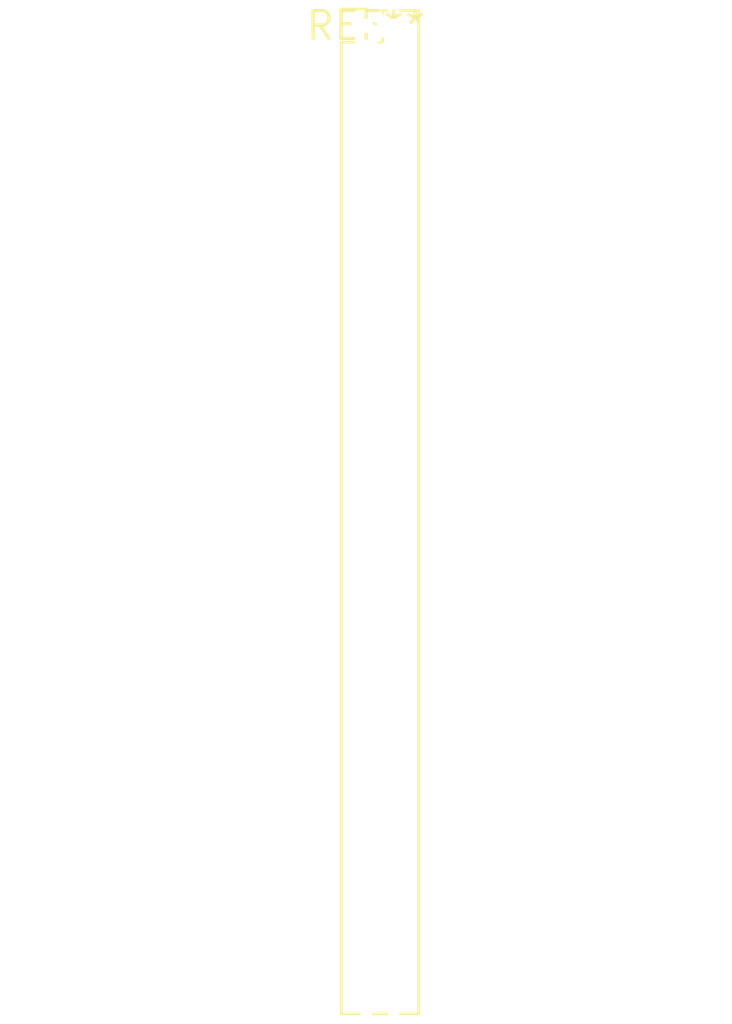
<source format=kicad_pcb>
(kicad_pcb (version 20240108) (generator pcbnew)
  (layers (0 "F.Cu" signal) (31 "B.Cu" signal) (34 "B.Paste" user) (35 "F.Paste" user) (36 "B.SilkS" user "B.Silkscreen") (37 "F.SilkS" user "F.Silkscreen") (38 "B.Mask" user) (39 "F.Mask" user) (44 "Edge.Cuts" user))
  (net 0 "")
  (footprint "PinHeader_2x36_P1.27mm_Vertical" (layer "F.Cu") (at 0 0)
    (property "Reference" "REF**")
    (property "Value" "PinHeader_2x36_P1.27mm_Vertical")
    (fp_line (start -1.13 -0.76) (end 0 -0.76) (layer "F.SilkS") (stroke (width 0.12)))
    (fp_line (start -1.13 0) (end -1.13 -0.76) (layer "F.SilkS") (stroke (width 0.12)))
    (fp_line (start -1.13 0.76) (end -1.13 45.145) (layer "F.SilkS") (stroke (width 0.12)))
    (fp_line (start -1.13 0.76) (end -0.563471 0.76) (layer "F.SilkS") (stroke (width 0.12)))
    (fp_line (start -1.13 45.145) (end -0.30753 45.145) (layer "F.SilkS") (stroke (width 0.12)))
    (fp_line (start 0.30753 45.145) (end 0.96247 45.145) (layer "F.SilkS") (stroke (width 0.12)))
    (fp_line (start 0.563471 0.76) (end 0.706529 0.76) (layer "F.SilkS") (stroke (width 0.12)))
    (fp_line (start 0.76 -0.695) (end 0.96247 -0.695) (layer "F.SilkS") (stroke (width 0.12)))
    (fp_line (start 0.76 -0.563471) (end 0.76 -0.695) (layer "F.SilkS") (stroke (width 0.12)))
    (fp_line (start 0.76 0.706529) (end 0.76 0.563471) (layer "F.SilkS") (stroke (width 0.12)))
    (fp_line (start 1.57753 -0.695) (end 2.4 -0.695) (layer "F.SilkS") (stroke (width 0.12)))
    (fp_line (start 1.57753 45.145) (end 2.4 45.145) (layer "F.SilkS") (stroke (width 0.12)))
    (fp_line (start 2.4 -0.695) (end 2.4 45.145) (layer "F.SilkS") (stroke (width 0.12)))
    (pad "1" thru_hole rect (at 0 0) (size 1 1) (drill 0.65) (layers *.Cu *.Mask) (remove_unused_layers))
    (pad "2" thru_hole oval (at 1.27 0) (size 1 1) (drill 0.65) (layers *.Cu *.Mask) (remove_unused_layers))
    (pad "3" thru_hole oval (at 0 1.27) (size 1 1) (drill 0.65) (layers *.Cu *.Mask) (remove_unused_layers))
    (pad "4" thru_hole oval (at 1.27 1.27) (size 1 1) (drill 0.65) (layers *.Cu *.Mask) (remove_unused_layers))
    (pad "5" thru_hole oval (at 0 2.54) (size 1 1) (drill 0.65) (layers *.Cu *.Mask) (remove_unused_layers))
    (pad "6" thru_hole oval (at 1.27 2.54) (size 1 1) (drill 0.65) (layers *.Cu *.Mask) (remove_unused_layers))
    (pad "7" thru_hole oval (at 0 3.81) (size 1 1) (drill 0.65) (layers *.Cu *.Mask) (remove_unused_layers))
    (pad "8" thru_hole oval (at 1.27 3.81) (size 1 1) (drill 0.65) (layers *.Cu *.Mask) (remove_unused_layers))
    (pad "9" thru_hole oval (at 0 5.08) (size 1 1) (drill 0.65) (layers *.Cu *.Mask) (remove_unused_layers))
    (pad "10" thru_hole oval (at 1.27 5.08) (size 1 1) (drill 0.65) (layers *.Cu *.Mask) (remove_unused_layers))
    (pad "11" thru_hole oval (at 0 6.35) (size 1 1) (drill 0.65) (layers *.Cu *.Mask) (remove_unused_layers))
    (pad "12" thru_hole oval (at 1.27 6.35) (size 1 1) (drill 0.65) (layers *.Cu *.Mask) (remove_unused_layers))
    (pad "13" thru_hole oval (at 0 7.62) (size 1 1) (drill 0.65) (layers *.Cu *.Mask) (remove_unused_layers))
    (pad "14" thru_hole oval (at 1.27 7.62) (size 1 1) (drill 0.65) (layers *.Cu *.Mask) (remove_unused_layers))
    (pad "15" thru_hole oval (at 0 8.89) (size 1 1) (drill 0.65) (layers *.Cu *.Mask) (remove_unused_layers))
    (pad "16" thru_hole oval (at 1.27 8.89) (size 1 1) (drill 0.65) (layers *.Cu *.Mask) (remove_unused_layers))
    (pad "17" thru_hole oval (at 0 10.16) (size 1 1) (drill 0.65) (layers *.Cu *.Mask) (remove_unused_layers))
    (pad "18" thru_hole oval (at 1.27 10.16) (size 1 1) (drill 0.65) (layers *.Cu *.Mask) (remove_unused_layers))
    (pad "19" thru_hole oval (at 0 11.43) (size 1 1) (drill 0.65) (layers *.Cu *.Mask) (remove_unused_layers))
    (pad "20" thru_hole oval (at 1.27 11.43) (size 1 1) (drill 0.65) (layers *.Cu *.Mask) (remove_unused_layers))
    (pad "21" thru_hole oval (at 0 12.7) (size 1 1) (drill 0.65) (layers *.Cu *.Mask) (remove_unused_layers))
    (pad "22" thru_hole oval (at 1.27 12.7) (size 1 1) (drill 0.65) (layers *.Cu *.Mask) (remove_unused_layers))
    (pad "23" thru_hole oval (at 0 13.97) (size 1 1) (drill 0.65) (layers *.Cu *.Mask) (remove_unused_layers))
    (pad "24" thru_hole oval (at 1.27 13.97) (size 1 1) (drill 0.65) (layers *.Cu *.Mask) (remove_unused_layers))
    (pad "25" thru_hole oval (at 0 15.24) (size 1 1) (drill 0.65) (layers *.Cu *.Mask) (remove_unused_layers))
    (pad "26" thru_hole oval (at 1.27 15.24) (size 1 1) (drill 0.65) (layers *.Cu *.Mask) (remove_unused_layers))
    (pad "27" thru_hole oval (at 0 16.51) (size 1 1) (drill 0.65) (layers *.Cu *.Mask) (remove_unused_layers))
    (pad "28" thru_hole oval (at 1.27 16.51) (size 1 1) (drill 0.65) (layers *.Cu *.Mask) (remove_unused_layers))
    (pad "29" thru_hole oval (at 0 17.78) (size 1 1) (drill 0.65) (layers *.Cu *.Mask) (remove_unused_layers))
    (pad "30" thru_hole oval (at 1.27 17.78) (size 1 1) (drill 0.65) (layers *.Cu *.Mask) (remove_unused_layers))
    (pad "31" thru_hole oval (at 0 19.05) (size 1 1) (drill 0.65) (layers *.Cu *.Mask) (remove_unused_layers))
    (pad "32" thru_hole oval (at 1.27 19.05) (size 1 1) (drill 0.65) (layers *.Cu *.Mask) (remove_unused_layers))
    (pad "33" thru_hole oval (at 0 20.32) (size 1 1) (drill 0.65) (layers *.Cu *.Mask) (remove_unused_layers))
    (pad "34" thru_hole oval (at 1.27 20.32) (size 1 1) (drill 0.65) (layers *.Cu *.Mask) (remove_unused_layers))
    (pad "35" thru_hole oval (at 0 21.59) (size 1 1) (drill 0.65) (layers *.Cu *.Mask) (remove_unused_layers))
    (pad "36" thru_hole oval (at 1.27 21.59) (size 1 1) (drill 0.65) (layers *.Cu *.Mask) (remove_unused_layers))
    (pad "37" thru_hole oval (at 0 22.86) (size 1 1) (drill 0.65) (layers *.Cu *.Mask) (remove_unused_layers))
    (pad "38" thru_hole oval (at 1.27 22.86) (size 1 1) (drill 0.65) (layers *.Cu *.Mask) (remove_unused_layers))
    (pad "39" thru_hole oval (at 0 24.13) (size 1 1) (drill 0.65) (layers *.Cu *.Mask) (remove_unused_layers))
    (pad "40" thru_hole oval (at 1.27 24.13) (size 1 1) (drill 0.65) (layers *.Cu *.Mask) (remove_unused_layers))
    (pad "41" thru_hole oval (at 0 25.4) (size 1 1) (drill 0.65) (layers *.Cu *.Mask) (remove_unused_layers))
    (pad "42" thru_hole oval (at 1.27 25.4) (size 1 1) (drill 0.65) (layers *.Cu *.Mask) (remove_unused_layers))
    (pad "43" thru_hole oval (at 0 26.67) (size 1 1) (drill 0.65) (layers *.Cu *.Mask) (remove_unused_layers))
    (pad "44" thru_hole oval (at 1.27 26.67) (size 1 1) (drill 0.65) (layers *.Cu *.Mask) (remove_unused_layers))
    (pad "45" thru_hole oval (at 0 27.94) (size 1 1) (drill 0.65) (layers *.Cu *.Mask) (remove_unused_layers))
    (pad "46" thru_hole oval (at 1.27 27.94) (size 1 1) (drill 0.65) (layers *.Cu *.Mask) (remove_unused_layers))
    (pad "47" thru_hole oval (at 0 29.21) (size 1 1) (drill 0.65) (layers *.Cu *.Mask) (remove_unused_layers))
    (pad "48" thru_hole oval (at 1.27 29.21) (size 1 1) (drill 0.65) (layers *.Cu *.Mask) (remove_unused_layers))
    (pad "49" thru_hole oval (at 0 30.48) (size 1 1) (drill 0.65) (layers *.Cu *.Mask) (remove_unused_layers))
    (pad "50" thru_hole oval (at 1.27 30.48) (size 1 1) (drill 0.65) (layers *.Cu *.Mask) (remove_unused_layers))
    (pad "51" thru_hole oval (at 0 31.75) (size 1 1) (drill 0.65) (layers *.Cu *.Mask) (remove_unused_layers))
    (pad "52" thru_hole oval (at 1.27 31.75) (size 1 1) (drill 0.65) (layers *.Cu *.Mask) (remove_unused_layers))
    (pad "53" thru_hole oval (at 0 33.02) (size 1 1) (drill 0.65) (layers *.Cu *.Mask) (remove_unused_layers))
    (pad "54" thru_hole oval (at 1.27 33.02) (size 1 1) (drill 0.65) (layers *.Cu *.Mask) (remove_unused_layers))
    (pad "55" thru_hole oval (at 0 34.29) (size 1 1) (drill 0.65) (layers *.Cu *.Mask) (remove_unused_layers))
    (pad "56" thru_hole oval (at 1.27 34.29) (size 1 1) (drill 0.65) (layers *.Cu *.Mask) (remove_unused_layers))
    (pad "57" thru_hole oval (at 0 35.56) (size 1 1) (drill 0.65) (layers *.Cu *.Mask) (remove_unused_layers))
    (pad "58" thru_hole oval (at 1.27 35.56) (size 1 1) (drill 0.65) (layers *.Cu *.Mask) (remove_unused_layers))
    (pad "59" thru_hole oval (at 0 36.83) (size 1 1) (drill 0.65) (layers *.Cu *.Mask) (remove_unused_layers))
    (pad "60" thru_hole oval (at 1.27 36.83) (size 1 1) (drill 0.65) (layers *.Cu *.Mask) (remove_unused_layers))
    (pad "61" thru_hole oval (at 0 38.1) (size 1 1) (drill 0.65) (layers *.Cu *.Mask) (remove_unused_layers))
    (pad "62" thru_hole oval (at 1.27 38.1) (size 1 1) (drill 0.65) (layers *.Cu *.Mask) (remove_unused_layers))
    (pad "63" thru_hole oval (at 0 39.37) (size 1 1) (drill 0.65) (layers *.Cu *.Mask) (remove_unused_layers))
    (pad "64" thru_hole oval (at 1.27 39.37) (size 1 1) (drill 0.65) (layers *.Cu *.Mask) (remove_unused_layers))
    (pad "65" thru_hole oval (at 0 40.64) (size 1 1) (drill 0.65) (layers *.Cu *.Mask) (remove_unused_layers))
    (pad "66" thru_hole oval (at 1.27 40.64) (size 1 1) (drill 0.65) (layers *.Cu *.Mask) (remove_unused_layers))
    (pad "67" thru_hole oval (at 0 41.91) (size 1 1) (drill 0.65) (layers *.Cu *.Mask) (remove_unused_layers))
    (pad "68" thru_hole oval (at 1.27 41.91) (size 1 1) (drill 0.65) (layers *.Cu *.Mask) (remove_unused_layers))
    (pad "69" thru_hole oval (at 0 43.18) (size 1 1) (drill 0.65) (layers *.Cu *.Mask) (remove_unused_layers))
    (pad "70" thru_hole oval (at 1.27 43.18) (size 1 1) (drill 0.65) (layers *.Cu *.Mask) (remove_unused_layers))
    (pad "71" thru_hole oval (at 0 44.45) (size 1 1) (drill 0.65) (layers *.Cu *.Mask) (remove_unused_layers))
    (pad "72" thru_hole oval (at 1.27 44.45) (size 1 1) (drill 0.65) (layers *.Cu *.Mask) (remove_unused_layers))
  )
)
</source>
